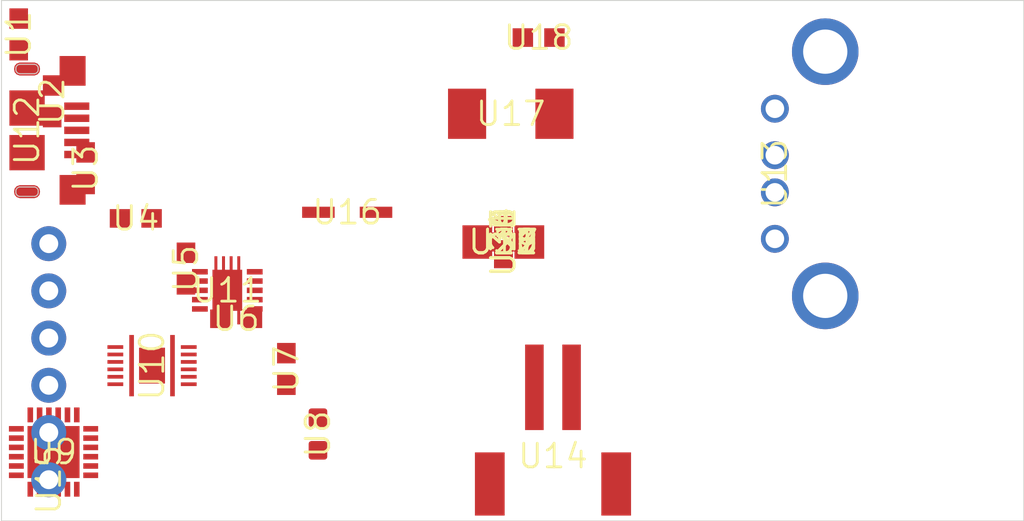
<source format=kicad_pcb>
 ( kicad_pcb  ( version 20171130 )
 ( host pcbnew "(5.1.4-0-10_14)" )
 ( general  ( thickness 1.6 )
 ( drawings 4 )
 ( tracks 0 )
 ( zones 0 )
 ( modules 34 )
 ( nets 39 )
)
 ( page A4 )
 ( layers  ( 0 Top signal )
 ( 31 Bottom signal )
 ( 32 B.Adhes user )
 ( 33 F.Adhes user )
 ( 34 B.Paste user )
 ( 35 F.Paste user )
 ( 36 B.SilkS user )
 ( 37 F.SilkS user )
 ( 38 B.Mask user )
 ( 39 F.Mask user )
 ( 40 Dwgs.User user )
 ( 41 Cmts.User user )
 ( 42 Eco1.User user )
 ( 43 Eco2.User user )
 ( 44 Edge.Cuts user )
 ( 45 Margin user )
 ( 46 B.CrtYd user )
 ( 47 F.CrtYd user )
 ( 48 B.Fab user )
 ( 49 F.Fab user )
)
 ( setup  ( last_trace_width 0.2 )
 ( trace_clearance 0.127 )
 ( zone_clearance 0.508 )
 ( zone_45_only no )
 ( trace_min 0.1524 )
 ( via_size 0.6 )
 ( via_drill 0.254 )
 ( via_min_size 0.4 )
 ( via_min_drill 0.254 )
 ( uvia_size 0.3 )
 ( uvia_drill 0.1 )
 ( uvias_allowed yes )
 ( uvia_min_size 0.2 )
 ( uvia_min_drill 0.1 )
 ( edge_width 0.05 )
 ( segment_width 0.2 )
 ( pcb_text_width 0.3 )
 ( pcb_text_size 1.5 1.5 )
 ( mod_edge_width 0.12 )
 ( mod_text_size 1 1 )
 ( mod_text_width 0.15 )
 ( pad_size 1.524 1.524 )
 ( pad_drill 0.762 )
 ( pad_to_mask_clearance 0.051 )
 ( solder_mask_min_width 0.25 )
 ( aux_axis_origin 0 0 )
 ( visible_elements 7FFFFFFF )
 ( pcbplotparams  ( layerselection 0x010fc_ffffffff )
 ( usegerberextensions false )
 ( usegerberattributes false )
 ( usegerberadvancedattributes false )
 ( creategerberjobfile false )
 ( excludeedgelayer true )
 ( linewidth 0.100000 )
 ( plotframeref false )
 ( viasonmask false )
 ( mode 1 )
 ( useauxorigin false )
 ( hpglpennumber 1 )
 ( hpglpenspeed 20 )
 ( hpglpendiameter 15.000000 )
 ( psnegative false )
 ( psa4output false )
 ( plotreference true )
 ( plotvalue true )
 ( plotinvisibletext false )
 ( padsonsilk false )
 ( subtractmaskfromsilk false )
 ( outputformat 1 )
 ( mirror false )
 ( drillshape 1 )
 ( scaleselection 1 )
 ( outputdirectory "" )
)
)
 ( net 0 "" )
 ( net 1 GND )
 ( net 2 3.3V )
 ( net 3 5V )
 ( net 4 "Net-(IC1-Pad24)" )
 ( net 5 "Net-(C4-Pad1)" )
 ( net 6 /REG )
 ( net 7 "Net-(C3-Pad2)" )
 ( net 8 "Net-(C3-Pad1)" )
 ( net 9 /VBAT_MAIN )
 ( net 10 /VBAT_CELL )
 ( net 11 "Net-(IC1-Pad12)" )
 ( net 12 "Net-(IC1-Pad11)" )
 ( net 13 "Net-(IC1-Pad10)" )
 ( net 14 "Net-(IC1-Pad9)" )
 ( net 15 /CHG_INT )
 ( net 16 /SDA )
 ( net 17 /SCL )
 ( net 18 "Net-(IC1-Pad4)" )
 ( net 19 "Net-(IC1-Pad3)" )
 ( net 20 "Net-(IC1-Pad2)" )
 ( net 21 "Net-(IC1-Pad1)" )
 ( net 22 /FUEL_INT )
 ( net 23 "Net-(IC2-Pad11)" )
 ( net 24 "Net-(IC2-Pad10)" )
 ( net 25 "Net-(IC2-Pad9)" )
 ( net 26 "Net-(IC2-Pad6)" )
 ( net 27 "Net-(C10-Pad1)" )
 ( net 28 "Net-(IC2-Pad4)" )
 ( net 29 "Net-(J1-PadID)" )
 ( net 30 "Net-(J2-Pad3)" )
 ( net 31 "Net-(J2-Pad2)" )
 ( net 32 "Net-(J3-PadNC2)" )
 ( net 33 "Net-(J3-PadNC1)" )
 ( net 34 "Net-(D2-PadC)" )
 ( net 35 "Net-(IC3-Pad8)" )
 ( net 36 "Net-(C7-Pad1)" )
 ( net 37 "Net-(IC3-Pad5)" )
 ( net 38 "Net-(IC3-Pad1)" )
 ( net_class Default "This is the default net class."  ( clearance 0.127 )
 ( trace_width 0.2 )
 ( via_dia 0.6 )
 ( via_drill 0.254 )
 ( uvia_dia 0.3 )
 ( uvia_drill 0.1 )
 ( add_net /CHG_INT )
 ( add_net /FUEL_INT )
 ( add_net /REG )
 ( add_net /SCL )
 ( add_net /SDA )
 ( add_net 3.3V )
 ( add_net GND )
 ( add_net "Net-(C10-Pad1)" )
 ( add_net "Net-(C3-Pad1)" )
 ( add_net "Net-(C3-Pad2)" )
 ( add_net "Net-(C4-Pad1)" )
 ( add_net "Net-(C7-Pad1)" )
 ( add_net "Net-(D2-PadC)" )
 ( add_net "Net-(IC1-Pad10)" )
 ( add_net "Net-(IC1-Pad11)" )
 ( add_net "Net-(IC1-Pad12)" )
 ( add_net "Net-(IC1-Pad2)" )
 ( add_net "Net-(IC1-Pad24)" )
 ( add_net "Net-(IC1-Pad3)" )
 ( add_net "Net-(IC1-Pad4)" )
 ( add_net "Net-(IC1-Pad9)" )
 ( add_net "Net-(IC2-Pad10)" )
 ( add_net "Net-(IC2-Pad11)" )
 ( add_net "Net-(IC2-Pad4)" )
 ( add_net "Net-(IC2-Pad9)" )
 ( add_net "Net-(IC3-Pad5)" )
 ( add_net "Net-(IC3-Pad8)" )
 ( add_net "Net-(J1-PadID)" )
 ( add_net "Net-(J2-Pad2)" )
 ( add_net "Net-(J2-Pad3)" )
 ( add_net "Net-(J3-PadNC1)" )
 ( add_net "Net-(J3-PadNC2)" )
)
 ( net_class Power ""  ( clearance 0.127 )
 ( trace_width 0.3048 )
 ( via_dia 0.6 )
 ( via_drill 0.254 )
 ( uvia_dia 0.3 )
 ( uvia_drill 0.1 )
 ( add_net /VBAT_CELL )
 ( add_net /VBAT_MAIN )
 ( add_net 5V )
 ( add_net "Net-(IC1-Pad1)" )
 ( add_net "Net-(IC2-Pad6)" )
 ( add_net "Net-(IC3-Pad1)" )
)
 ( module batteryCharger:JST-2-SMD locked  ( layer Top )
 ( tedit 5DCE038C )
 ( tstamp 5DC8CB2B )
 ( at 150.671200 114.247600 180.000000 )
 ( descr "<h3>JST-Right Angle Male Header SMT</h3>\n<p>Specifications:\n<ul><li>Pin count: 2</li>\n<li>Pin pitch: 2mm</li>\n</ul></p>\n<p><a href=”http://www.4uconnector.com/online/object/4udrawing/20404.pdf”>Datasheet referenced for footprint</a></p>\n<p>Example device(s):\n<ul><li>CONN_02</li>\n<li>JST_2MM_MALE</li>\n</ul></p>" )
 ( path /B665FDA9 )
 ( fp_text reference U14  ( at 0 -1.27 180 )
 ( layer F.SilkS )
 ( effects  ( font  ( size 1.27 1.27 )
 ( thickness 0.15 )
)
)
)
 ( fp_text value ""  ( at 0 -1.27 180 )
 ( layer F.SilkS )
 ( effects  ( font  ( size 1.27 1.27 )
 ( thickness 0.15 )
)
)
)
 ( fp_poly  ( pts  ( xy -4.5 -4.37 )
 ( xy 4.4 -4.37 )
 ( xy 4.4 3.33 )
 ( xy -4.5 3.33 )
)
 ( layer F.CrtYd )
 ( width 0.1 )
)
 ( pad NC2 smd rect  ( at 3.4 -2.77 270.000000 )
 ( size 3.4 1.6 )
 ( layers Top F.Mask F.Paste )
 ( net 32 "Net-(J3-PadNC2)" )
 ( solder_mask_margin 0.0635 )
)
 ( pad NC1 smd rect  ( at -3.4 -2.77 270.000000 )
 ( size 3.4 1.6 )
 ( layers Top F.Mask F.Paste )
 ( net 33 "Net-(J3-PadNC1)" )
 ( solder_mask_margin 0.0635 )
)
 ( pad 2 smd rect  ( at 1 2.43 180.000000 )
 ( size 1 4.6 )
 ( layers Top F.Mask F.Paste )
 ( net 26 "Net-(IC2-Pad6)" )
 ( solder_mask_margin 0.0635 )
)
 ( pad 1 smd rect  ( at -1 2.43 180.000000 )
 ( size 1 4.6 )
 ( layers Top F.Mask F.Paste )
 ( net 1 GND )
 ( solder_mask_margin 0.0635 )
)
)
 ( module batteryCharger:UE27AC54100 locked  ( layer Top )
 ( tedit 5DCE0580 )
 ( tstamp 5DC8CB18 )
 ( at 168.959200 100.328400 90.000000 )
 ( descr "<b>UE27AC54100</b><br>\n" )
 ( path /C3E76336 )
 ( fp_text reference U13  ( at 0 -6.35 90 )
 ( layer F.SilkS )
 ( effects  ( font  ( size 1.27 1.27 )
 ( thickness 0.15 )
)
)
)
 ( fp_text value ""  ( at 0 -6.35 90 )
 ( layer F.SilkS )
 ( effects  ( font  ( size 1.27 1.27 )
 ( thickness 0.15 )
)
)
)
 ( fp_poly  ( pts  ( xy -6.6 -7.25 )
 ( xy 6.6 -7.25 )
 ( xy 6.6 6.75 )
 ( xy -6.6 6.75 )
 ( xy -6.6 -7.15 )
)
 ( layer F.CrtYd )
 ( width 0.1 )
)
 ( pad 6 thru_hole circle  ( at 6.57 -3.64 90.000000 )
 ( size 3.58 3.58 )
 ( drill 2.38 )
 ( layers *.Cu *.Mask )
 ( net 1 GND )
 ( solder_mask_margin 0.0635 )
)
 ( pad 5 thru_hole circle  ( at -6.57 -3.64 90.000000 )
 ( size 3.58 3.58 )
 ( drill 2.38 )
 ( layers *.Cu *.Mask )
 ( net 1 GND )
 ( solder_mask_margin 0.0635 )
)
 ( pad 4 thru_hole circle  ( at 3.5 -6.35 90.000000 )
 ( size 1.5 1.5 )
 ( drill 1 )
 ( layers *.Cu *.Mask )
 ( net 1 GND )
 ( solder_mask_margin 0.0635 )
)
 ( pad 3 thru_hole circle  ( at 1 -6.35 90.000000 )
 ( size 1.5 1.5 )
 ( drill 1 )
 ( layers *.Cu *.Mask )
 ( net 30 "Net-(J2-Pad3)" )
 ( solder_mask_margin 0.0635 )
)
 ( pad 2 thru_hole circle  ( at -1 -6.35 90.000000 )
 ( size 1.5 1.5 )
 ( drill 1 )
 ( layers *.Cu *.Mask )
 ( net 31 "Net-(J2-Pad2)" )
 ( solder_mask_margin 0.0635 )
)
 ( pad 1 thru_hole circle  ( at -3.5 -6.35 90.000000 )
 ( size 1.5 1.5 )
 ( drill 1 )
 ( layers *.Cu *.Mask )
 ( net 3 5V )
 ( solder_mask_margin 0.0635 )
)
)
 ( module batteryCharger:1X06 locked  ( layer Top )
 ( tedit 5DCDF9C7 )
 ( tstamp 5DC8CB3B )
 ( at 123.544000 110.437600 90.000000 )
 ( descr "<h3>Plated Through Hole - 6 Pin</h3>\n<p>Specifications:\n<ul><li>Pin count:6</li>\n<li>Pin pitch:0.1\"</li>\n</ul></p>\n<p>Example device(s):\n<ul><li>CONN_06</li>\n</ul></p>" )
 ( path /FA7CA15B )
 ( fp_text reference U15  ( at -6.35 0 90 )
 ( layer F.SilkS )
 ( effects  ( font  ( size 1.27 1.27 )
 ( thickness 0.15 )
)
)
)
 ( fp_text value ""  ( at -6.35 0 90 )
 ( layer F.SilkS )
 ( effects  ( font  ( size 1.27 1.27 )
 ( thickness 0.15 )
)
)
)
 ( fp_poly  ( pts  ( xy -7.35 -1 )
 ( xy 7.4 -1 )
 ( xy 7.4 1 )
 ( xy -7.35 1 )
)
 ( layer F.CrtYd )
 ( width 0.1 )
)
 ( fp_poly  ( pts  ( xy -7.35 -1 )
 ( xy 7.4 -1 )
 ( xy 7.4 1 )
 ( xy -7.35 1 )
)
 ( layer B.CrtYd )
 ( width 0.1 )
)
 ( pad 6 thru_hole circle  ( at 6.35 0 180.000000 )
 ( size 1.8796 1.8796 )
 ( drill 1.016 )
 ( layers *.Cu *.Mask )
 ( net 1 GND )
 ( solder_mask_margin 0.0635 )
)
 ( pad 5 thru_hole circle  ( at 3.81 0 180.000000 )
 ( size 1.8796 1.8796 )
 ( drill 1.016 )
 ( layers *.Cu *.Mask )
 ( net 2 3.3V )
 ( solder_mask_margin 0.0635 )
)
 ( pad 4 thru_hole circle  ( at 1.27 0 180.000000 )
 ( size 1.8796 1.8796 )
 ( drill 1.016 )
 ( layers *.Cu *.Mask )
 ( net 17 /SCL )
 ( solder_mask_margin 0.0635 )
)
 ( pad 3 thru_hole circle  ( at -1.27 0 180.000000 )
 ( size 1.8796 1.8796 )
 ( drill 1.016 )
 ( layers *.Cu *.Mask )
 ( net 16 /SDA )
 ( solder_mask_margin 0.0635 )
)
 ( pad 2 thru_hole circle  ( at -3.81 0 180.000000 )
 ( size 1.8796 1.8796 )
 ( drill 1.016 )
 ( layers *.Cu *.Mask )
 ( net 15 /CHG_INT )
 ( solder_mask_margin 0.0635 )
)
 ( pad 1 thru_hole circle  ( at -6.35 0 180.000000 )
 ( size 1.8796 1.8796 )
 ( drill 1.016 )
 ( layers *.Cu *.Mask )
 ( net 22 /FUEL_INT )
 ( solder_mask_margin 0.0635 )
)
)
 ( module batteryCharger:10118193-0001LF locked  ( layer Top )
 ( tedit 5DCDFC4E )
 ( tstamp 5DC8CAF9 )
 ( at 123.645600 97.991600 270.000000 )
 ( path /449C7C68 )
 ( fp_text reference U12  ( at 0 1.27 270 )
 ( layer F.SilkS )
 ( effects  ( font  ( size 1.27 1.27 )
 ( thickness 0.15 )
)
)
)
 ( fp_text value ""  ( at 0 1.27 270 )
 ( layer F.SilkS )
 ( effects  ( font  ( size 1.27 1.27 )
 ( thickness 0.15 )
)
)
)
 ( fp_poly  ( pts  ( xy -4.25 -2.23 )
 ( xy 4.25 -2.23 )
 ( xy 4.25 2.27 )
 ( xy -4.25 2.27 )
)
 ( layer F.CrtYd )
 ( width 0.1 )
)
 ( fp_poly  ( pts  ( xy 2.9 0.87 )
 ( xy 2.9 1.72 )
 ( xy 2.945776 1.850133 )
 ( xy 3.037868 1.952843 )
 ( xy 3.3 2.02 )
 ( xy 3.445409 2.001022 )
 ( xy 3.572487 1.927843 )
 ( xy 3.7 1.67 )
 ( xy 3.7 0.82 )
 ( xy 3.654224 0.689867 )
 ( xy 3.562132 0.587157 )
 ( xy 3.3 0.52 )
 ( xy 3.154591 0.538978 )
 ( xy 3.027513 0.612157 )
)
 ( layer F.Mask )
 ( width 0 )
)
 ( fp_poly  ( pts  ( xy -3.7 0.82 )
 ( xy -3.7 1.67 )
 ( xy -3.661888 1.811603 )
 ( xy -3.572487 1.927843 )
 ( xy -3.3 2.02 )
 ( xy -3.162255 2.012492 )
 ( xy -3.037868 1.952843 )
 ( xy -2.945776 1.850133 )
 ( xy -2.9 1.72 )
 ( xy -2.9 0.87 )
 ( xy -2.938112 0.728397 )
 ( xy -3.027513 0.612157 )
 ( xy -3.3 0.52 )
 ( xy -3.437745 0.527508 )
 ( xy -3.562132 0.587157 )
)
 ( layer F.Mask )
 ( width 0 )
)
 ( fp_poly  ( pts  ( xy 2.95 0.87 )
 ( xy 2.95 1.67 )
 ( xy 3.006042 1.829151 )
 ( xy 3.134151 1.938958 )
 ( xy 3.3 1.97 )
 ( xy 3.465849 1.938958 )
 ( xy 3.593958 1.829151 )
 ( xy 3.65 1.67 )
 ( xy 3.65 0.87 )
 ( xy 3.593958 0.710849 )
 ( xy 3.465849 0.601042 )
 ( xy 3.3 0.57 )
 ( xy 3.134151 0.601042 )
 ( xy 3.006042 0.710849 )
)
 ( layer F.Paste )
 ( width 0 )
)
 ( fp_poly  ( pts  ( xy -3.65 0.87 )
 ( xy -3.65 1.67 )
 ( xy -3.593958 1.829151 )
 ( xy -3.465849 1.938958 )
 ( xy -3.3 1.97 )
 ( xy -3.134151 1.938958 )
 ( xy -3.006042 1.829151 )
 ( xy -2.95 1.67 )
 ( xy -2.95 0.87 )
 ( xy -3.006042 0.710849 )
 ( xy -3.134151 0.601042 )
 ( xy -3.3 0.57 )
 ( xy -3.465849 0.601042 )
 ( xy -3.593958 0.710849 )
)
 ( layer F.Paste )
 ( width 0 )
)
 ( fp_arc  ( start 3.275 0.895 )
 ( end 3.05 0.87 )
 ( angle 90 )
 ( layer Edge.Cuts )
 ( width 0.05 )
)
 ( fp_line  ( start 3.05 1.67 )
 ( end 3.05 0.87 )
 ( layer Edge.Cuts )
 ( width 0.05 )
)
 ( fp_arc  ( start 3.275 1.645 )
 ( end 3.3 1.87 )
 ( angle 90 )
 ( layer Edge.Cuts )
 ( width 0.05 )
)
 ( fp_arc  ( start 3.325 1.645 )
 ( end 3.55 1.67 )
 ( angle 90 )
 ( layer Edge.Cuts )
 ( width 0.05 )
)
 ( fp_line  ( start 3.55 0.87 )
 ( end 3.55 1.67 )
 ( layer Edge.Cuts )
 ( width 0.05 )
)
 ( fp_arc  ( start 3.325 0.895 )
 ( end 3.3 0.67 )
 ( angle 90 )
 ( layer Edge.Cuts )
 ( width 0.05 )
)
 ( fp_poly  ( pts  ( xy 2.95 0.87 )
 ( xy 2.95 1.67 )
 ( xy 3.006042 1.829151 )
 ( xy 3.134151 1.938958 )
 ( xy 3.3 1.97 )
 ( xy 3.465849 1.938958 )
 ( xy 3.593958 1.829151 )
 ( xy 3.65 1.67 )
 ( xy 3.65 0.87 )
 ( xy 3.593958 0.710849 )
 ( xy 3.465849 0.601042 )
 ( xy 3.3 0.57 )
 ( xy 3.134151 0.601042 )
 ( xy 3.006042 0.710849 )
)
 ( layer Top )
 ( width 0 )
)
 ( fp_arc  ( start -3.325 0.895 )
 ( end -3.55 0.87 )
 ( angle 90 )
 ( layer Edge.Cuts )
 ( width 0.05 )
)
 ( fp_line  ( start -3.55 1.67 )
 ( end -3.55 0.87 )
 ( layer Edge.Cuts )
 ( width 0.05 )
)
 ( fp_arc  ( start -3.325 1.645 )
 ( end -3.3 1.87 )
 ( angle 90 )
 ( layer Edge.Cuts )
 ( width 0.05 )
)
 ( fp_arc  ( start -3.275 1.645 )
 ( end -3.05 1.67 )
 ( angle 90 )
 ( layer Edge.Cuts )
 ( width 0.05 )
)
 ( fp_line  ( start -3.05 0.87 )
 ( end -3.05 1.67 )
 ( layer Edge.Cuts )
 ( width 0.05 )
)
 ( fp_arc  ( start -3.275 0.895 )
 ( end -3.3 0.67 )
 ( angle 90 )
 ( layer Edge.Cuts )
 ( width 0.05 )
)
 ( fp_poly  ( pts  ( xy -3.65 0.87 )
 ( xy -3.65 1.67 )
 ( xy -3.593958 1.829151 )
 ( xy -3.465849 1.938958 )
 ( xy -3.3 1.97 )
 ( xy -3.134151 1.938958 )
 ( xy -3.006042 1.829151 )
 ( xy -2.95 1.67 )
 ( xy -2.95 0.87 )
 ( xy -3.006042 0.710849 )
 ( xy -3.134151 0.601042 )
 ( xy -3.3 0.57 )
 ( xy -3.465849 0.601042 )
 ( xy -3.593958 0.710849 )
)
 ( layer Top )
 ( width 0 )
)
 ( pad SHIELD$4 smd rect  ( at 1.2 1.27 270.000000 )
 ( size 1.9 1.9 )
 ( layers Top F.Mask F.Paste )
 ( net 1 GND )
 ( solder_mask_margin 0.0635 )
)
 ( pad SHIELD$3 smd rect  ( at -1.2 1.27 270.000000 )
 ( size 1.9 1.9 )
 ( layers Top F.Mask F.Paste )
 ( net 1 GND )
 ( solder_mask_margin 0.0635 )
)
 ( pad GND smd rect  ( at 1.3 -1.405 270.000000 )
 ( size 0.4 1.35 )
 ( layers Top F.Mask F.Paste )
 ( net 1 GND )
 ( solder_mask_margin 0.0635 )
)
 ( pad VCC smd rect  ( at -1.3 -1.405 270.000000 )
 ( size 0.4 1.35 )
 ( layers Top F.Mask F.Paste )
 ( net 21 "Net-(IC1-Pad1)" )
 ( solder_mask_margin 0.0635 )
)
 ( pad D- smd rect  ( at -0.65 -1.405 270.000000 )
 ( size 0.4 1.35 )
 ( layers Top F.Mask F.Paste )
 ( net 19 "Net-(IC1-Pad3)" )
 ( solder_mask_margin 0.0635 )
)
 ( pad ID smd rect  ( at 0.65 -1.405 270.000000 )
 ( size 0.4 1.35 )
 ( layers Top F.Mask F.Paste )
 ( net 29 "Net-(J1-PadID)" )
 ( solder_mask_margin 0.0635 )
)
 ( pad D+ smd rect  ( at 0 -1.405 270.000000 )
 ( size 0.4 1.35 )
 ( layers Top F.Mask F.Paste )
 ( net 20 "Net-(IC1-Pad2)" )
 ( solder_mask_margin 0.0635 )
)
 ( pad SHIELD$2 smd rect  ( at 3.2 -1.18 270.000000 )
 ( size 1.6 1.4 )
 ( layers Top F.Mask F.Paste )
 ( net 1 GND )
 ( solder_mask_margin 0.0635 )
)
 ( pad SHIELD$1 smd rect  ( at -3.2 -1.18 270.000000 )
 ( size 1.6 1.4 )
 ( layers Top F.Mask F.Paste )
 ( net 1 GND )
 ( solder_mask_margin 0.0635 )
)
)
 ( module batteryCharger:0603  ( layer Top )
 ( tedit 5DCDFB95 )
 ( tstamp 5DC8CC28 )
 ( at 121.926100 92.828600 90.000000 )
 ( descr "<p><b>Generic 1608 (0603) package</b></p>\n<p>0.2mm courtyard excess rounded to nearest 0.05mm.</p>" )
 ( path /831A5F64 )
 ( fp_text reference U1  ( at 0 0 90 )
 ( layer F.SilkS )
 ( effects  ( font  ( size 1.27 1.27 )
 ( thickness 0.15 )
)
)
)
 ( fp_text value ""  ( at 0 0 90 )
 ( layer F.SilkS )
 ( effects  ( font  ( size 1.27 1.27 )
 ( thickness 0.15 )
)
)
)
 ( fp_poly  ( pts  ( xy -1.6 -0.7 )
 ( xy 1.6 -0.7 )
 ( xy 1.6 0.7 )
 ( xy -1.6 0.7 )
)
 ( layer F.CrtYd )
 ( width 0.1 )
)
 ( pad 2 smd rect  ( at 0.85 0 90.000000 )
 ( size 1.1 1 )
 ( layers Top F.Mask F.Paste )
 ( net 1 GND )
 ( solder_mask_margin 0.0635 )
)
 ( pad 1 smd rect  ( at -0.85 0 90.000000 )
 ( size 1.1 1 )
 ( layers Top F.Mask F.Paste )
 ( net 5 "Net-(C4-Pad1)" )
 ( solder_mask_margin 0.0635 )
)
)
 ( module batteryCharger:0603  ( layer Top )
 ( tedit 5DCDFB95 )
 ( tstamp 5DC8CA29 )
 ( at 123.726100 96.428600 90.000000 )
 ( descr "<p><b>Generic 1608 (0603) package</b></p>\n<p>0.2mm courtyard excess rounded to nearest 0.05mm.</p>" )
 ( path /2CB5EB77 )
 ( fp_text reference U2  ( at 0 0 90 )
 ( layer F.SilkS )
 ( effects  ( font  ( size 1.27 1.27 )
 ( thickness 0.15 )
)
)
)
 ( fp_text value ""  ( at 0 0 90 )
 ( layer F.SilkS )
 ( effects  ( font  ( size 1.27 1.27 )
 ( thickness 0.15 )
)
)
)
 ( fp_poly  ( pts  ( xy -1.6 -0.7 )
 ( xy 1.6 -0.7 )
 ( xy 1.6 0.7 )
 ( xy -1.6 0.7 )
)
 ( layer F.CrtYd )
 ( width 0.1 )
)
 ( pad 2 smd rect  ( at 0.85 0 90.000000 )
 ( size 1.1 1 )
 ( layers Top F.Mask F.Paste )
 ( net 1 GND )
 ( solder_mask_margin 0.0635 )
)
 ( pad 1 smd rect  ( at -0.85 0 90.000000 )
 ( size 1.1 1 )
 ( layers Top F.Mask F.Paste )
 ( net 3 5V )
 ( solder_mask_margin 0.0635 )
)
)
 ( module batteryCharger:0603  ( layer Top )
 ( tedit 5DCDFB95 )
 ( tstamp 5DC8CA37 )
 ( at 125.526100 100.028600 270.000000 )
 ( descr "<p><b>Generic 1608 (0603) package</b></p>\n<p>0.2mm courtyard excess rounded to nearest 0.05mm.</p>" )
 ( path /483159C7 )
 ( fp_text reference U3  ( at 0 0 270 )
 ( layer F.SilkS )
 ( effects  ( font  ( size 1.27 1.27 )
 ( thickness 0.15 )
)
)
)
 ( fp_text value ""  ( at 0 0 270 )
 ( layer F.SilkS )
 ( effects  ( font  ( size 1.27 1.27 )
 ( thickness 0.15 )
)
)
)
 ( fp_poly  ( pts  ( xy -1.6 -0.7 )
 ( xy 1.6 -0.7 )
 ( xy 1.6 0.7 )
 ( xy -1.6 0.7 )
)
 ( layer F.CrtYd )
 ( width 0.1 )
)
 ( pad 2 smd rect  ( at 0.85 0 270.000000 )
 ( size 1.1 1 )
 ( layers Top F.Mask F.Paste )
 ( net 1 GND )
 ( solder_mask_margin 0.0635 )
)
 ( pad 1 smd rect  ( at -0.85 0 270.000000 )
 ( size 1.1 1 )
 ( layers Top F.Mask F.Paste )
 ( net 9 /VBAT_MAIN )
 ( solder_mask_margin 0.0635 )
)
)
 ( module batteryCharger:0603  ( layer Top )
 ( tedit 5DCDFB95 )
 ( tstamp 5DC8CA45 )
 ( at 128.226100 102.728600 180.000000 )
 ( descr "<p><b>Generic 1608 (0603) package</b></p>\n<p>0.2mm courtyard excess rounded to nearest 0.05mm.</p>" )
 ( path /24FC589D )
 ( fp_text reference U4  ( at 0 0 180 )
 ( layer F.SilkS )
 ( effects  ( font  ( size 1.27 1.27 )
 ( thickness 0.15 )
)
)
)
 ( fp_text value ""  ( at 0 0 180 )
 ( layer F.SilkS )
 ( effects  ( font  ( size 1.27 1.27 )
 ( thickness 0.15 )
)
)
)
 ( fp_poly  ( pts  ( xy -1.6 -0.7 )
 ( xy 1.6 -0.7 )
 ( xy 1.6 0.7 )
 ( xy -1.6 0.7 )
)
 ( layer F.CrtYd )
 ( width 0.1 )
)
 ( pad 2 smd rect  ( at 0.85 0 180.000000 )
 ( size 1.1 1 )
 ( layers Top F.Mask F.Paste )
 ( net 7 "Net-(C3-Pad2)" )
 ( solder_mask_margin 0.0635 )
)
 ( pad 1 smd rect  ( at -0.85 0 180.000000 )
 ( size 1.1 1 )
 ( layers Top F.Mask F.Paste )
 ( net 8 "Net-(C3-Pad1)" )
 ( solder_mask_margin 0.0635 )
)
)
 ( module batteryCharger:0603  ( layer Top )
 ( tedit 5DCDFB95 )
 ( tstamp 5DC8CA53 )
 ( at 130.926100 105.428600 90.000000 )
 ( descr "<p><b>Generic 1608 (0603) package</b></p>\n<p>0.2mm courtyard excess rounded to nearest 0.05mm.</p>" )
 ( path /DAF477DA )
 ( fp_text reference U5  ( at 0 0 90 )
 ( layer F.SilkS )
 ( effects  ( font  ( size 1.27 1.27 )
 ( thickness 0.15 )
)
)
)
 ( fp_text value ""  ( at 0 0 90 )
 ( layer F.SilkS )
 ( effects  ( font  ( size 1.27 1.27 )
 ( thickness 0.15 )
)
)
)
 ( fp_poly  ( pts  ( xy -1.6 -0.7 )
 ( xy 1.6 -0.7 )
 ( xy 1.6 0.7 )
 ( xy -1.6 0.7 )
)
 ( layer F.CrtYd )
 ( width 0.1 )
)
 ( pad 2 smd rect  ( at 0.85 0 90.000000 )
 ( size 1.1 1 )
 ( layers Top F.Mask F.Paste )
 ( net 1 GND )
 ( solder_mask_margin 0.0635 )
)
 ( pad 1 smd rect  ( at -0.85 0 90.000000 )
 ( size 1.1 1 )
 ( layers Top F.Mask F.Paste )
 ( net 6 /REG )
 ( solder_mask_margin 0.0635 )
)
)
 ( module batteryCharger:0603  ( layer Top )
 ( tedit 5DCDFB95 )
 ( tstamp 5DC8CA61 )
 ( at 133.626100 108.128600 )
 ( descr "<p><b>Generic 1608 (0603) package</b></p>\n<p>0.2mm courtyard excess rounded to nearest 0.05mm.</p>" )
 ( path /2435BEF6 )
 ( fp_text reference U6  ( at 0 0 )
 ( layer F.SilkS )
 ( effects  ( font  ( size 1.27 1.27 )
 ( thickness 0.15 )
)
)
)
 ( fp_text value ""  ( at 0 0 )
 ( layer F.SilkS )
 ( effects  ( font  ( size 1.27 1.27 )
 ( thickness 0.15 )
)
)
)
 ( fp_poly  ( pts  ( xy -1.6 -0.7 )
 ( xy 1.6 -0.7 )
 ( xy 1.6 0.7 )
 ( xy -1.6 0.7 )
)
 ( layer F.CrtYd )
 ( width 0.1 )
)
 ( pad 2 smd rect  ( at 0.85 0 )
 ( size 1.1 1 )
 ( layers Top F.Mask F.Paste )
 ( net 1 GND )
 ( solder_mask_margin 0.0635 )
)
 ( pad 1 smd rect  ( at -0.85 0 )
 ( size 1.1 1 )
 ( layers Top F.Mask F.Paste )
 ( net 36 "Net-(C7-Pad1)" )
 ( solder_mask_margin 0.0635 )
)
)
 ( module batteryCharger:0603  ( layer Top )
 ( tedit 5DCDFB95 )
 ( tstamp 5DC8CA6F )
 ( at 136.326100 110.828600 270.000000 )
 ( descr "<p><b>Generic 1608 (0603) package</b></p>\n<p>0.2mm courtyard excess rounded to nearest 0.05mm.</p>" )
 ( path /EC6A4D83 )
 ( fp_text reference U7  ( at 0 0 270 )
 ( layer F.SilkS )
 ( effects  ( font  ( size 1.27 1.27 )
 ( thickness 0.15 )
)
)
)
 ( fp_text value ""  ( at 0 0 270 )
 ( layer F.SilkS )
 ( effects  ( font  ( size 1.27 1.27 )
 ( thickness 0.15 )
)
)
)
 ( fp_poly  ( pts  ( xy -1.6 -0.7 )
 ( xy 1.6 -0.7 )
 ( xy 1.6 0.7 )
 ( xy -1.6 0.7 )
)
 ( layer F.CrtYd )
 ( width 0.1 )
)
 ( pad 2 smd rect  ( at 0.85 0 270.000000 )
 ( size 1.1 1 )
 ( layers Top F.Mask F.Paste )
 ( net 1 GND )
 ( solder_mask_margin 0.0635 )
)
 ( pad 1 smd rect  ( at -0.85 0 270.000000 )
 ( size 1.1 1 )
 ( layers Top F.Mask F.Paste )
 ( net 10 /VBAT_CELL )
 ( solder_mask_margin 0.0635 )
)
)
 ( module batteryCharger:LED-0603  ( layer Top )
 ( tedit 5DCE041B )
 ( tstamp 5DC8CA7D )
 ( at 138.026100 114.328600 90.000000 )
 ( descr "<B>LED 0603 SMT</B><p>\n0603, surface mount.\n<p>Specifications:\n<ul><li>Pin count: 2</li>\n<li>Pin pitch:0.075inch </li>\n<li>Area: 0.06\" x 0.03\"</li>\n</ul></p>\n<p>Example device(s):\n<ul><li>LED - BLUE</li>" )
 ( path /8583A422 )
 ( fp_text reference U8  ( at 0 0 90 )
 ( layer F.SilkS )
 ( effects  ( font  ( size 1.27 1.27 )
 ( thickness 0.15 )
)
)
)
 ( fp_text value ""  ( at 0 0 90 )
 ( layer F.SilkS )
 ( effects  ( font  ( size 1.27 1.27 )
 ( thickness 0.15 )
)
)
)
 ( fp_poly  ( pts  ( xy -1.5 -0.6 )
 ( xy 1.5 -0.6 )
 ( xy 1.5 0.6 )
 ( xy -1.5 0.6 )
)
 ( layer F.CrtYd )
 ( width 0.1 )
)
 ( pad A smd roundrect  ( at -0.877 0 )
 ( size 1 1 )
 ( layers Top F.Mask F.Paste )
 ( roundrect_rratio 0.15 )
 ( net 9 /VBAT_MAIN )
 ( solder_mask_margin 0.0635 )
)
 ( pad C smd roundrect  ( at 0.877 0 )
 ( size 1 1 )
 ( layers Top F.Mask F.Paste )
 ( roundrect_rratio 0.15 )
 ( net 34 "Net-(D2-PadC)" )
 ( solder_mask_margin 0.0635 )
)
)
 ( module batteryCharger:QFN50P400X400X100-25N  ( layer Top )
 ( tedit 5DCE0483 )
 ( tstamp 5DC8CA87 )
 ( at 123.800000 115.300000 )
 ( descr "<b>RGE (S-PVQFN-N24)_2</b><br>\n" )
 ( path /22F7723E )
 ( fp_text reference U9  ( at 0 0 )
 ( layer F.SilkS )
 ( effects  ( font  ( size 1.27 1.27 )
 ( thickness 0.15 )
)
)
)
 ( fp_text value ""  ( at 0 0 )
 ( layer F.SilkS )
 ( effects  ( font  ( size 1.27 1.27 )
 ( thickness 0.15 )
)
)
)
 ( fp_poly  ( pts  ( xy -2.6 -2.5 )
 ( xy 2.6 -2.5 )
 ( xy 2.6 2.5 )
 ( xy -2.6 2.5 )
)
 ( layer F.CrtYd )
 ( width 0.1 )
)
 ( pad 25 smd rect  ( at 0 0 90.000000 )
 ( size 2.8 2.8 )
 ( layers Top F.Mask F.Paste )
 ( net 1 GND )
 ( solder_mask_margin 0.0635 )
)
 ( pad 24 smd rect  ( at -1.25 -2 90.000000 )
 ( size 0.8 0.3 )
 ( layers Top F.Mask F.Paste )
 ( net 4 "Net-(IC1-Pad24)" )
 ( solder_mask_margin 0.0635 )
)
 ( pad 23 smd rect  ( at -0.75 -2 90.000000 )
 ( size 0.8 0.3 )
 ( layers Top F.Mask F.Paste )
 ( net 5 "Net-(C4-Pad1)" )
 ( solder_mask_margin 0.0635 )
)
 ( pad 22 smd rect  ( at -0.25 -2 90.000000 )
 ( size 0.8 0.3 )
 ( layers Top F.Mask F.Paste )
 ( net 6 /REG )
 ( solder_mask_margin 0.0635 )
)
 ( pad 21 smd rect  ( at 0.25 -2 90.000000 )
 ( size 0.8 0.3 )
 ( layers Top F.Mask F.Paste )
 ( net 7 "Net-(C3-Pad2)" )
 ( solder_mask_margin 0.0635 )
)
 ( pad 20 smd rect  ( at 0.75 -2 90.000000 )
 ( size 0.8 0.3 )
 ( layers Top F.Mask F.Paste )
 ( net 8 "Net-(C3-Pad1)" )
 ( solder_mask_margin 0.0635 )
)
 ( pad 19 smd rect  ( at 1.25 -2 90.000000 )
 ( size 0.8 0.3 )
 ( layers Top F.Mask F.Paste )
 ( net 8 "Net-(C3-Pad1)" )
 ( solder_mask_margin 0.0635 )
)
 ( pad 18 smd rect  ( at 2 -1.25 )
 ( size 0.8 0.3 )
 ( layers Top F.Mask F.Paste )
 ( net 1 GND )
 ( solder_mask_margin 0.0635 )
)
 ( pad 17 smd rect  ( at 2 -0.75 )
 ( size 0.8 0.3 )
 ( layers Top F.Mask F.Paste )
 ( net 1 GND )
 ( solder_mask_margin 0.0635 )
)
 ( pad 16 smd rect  ( at 2 -0.25 )
 ( size 0.8 0.3 )
 ( layers Top F.Mask F.Paste )
 ( net 9 /VBAT_MAIN )
 ( solder_mask_margin 0.0635 )
)
 ( pad 15 smd rect  ( at 2 0.25 )
 ( size 0.8 0.3 )
 ( layers Top F.Mask F.Paste )
 ( net 9 /VBAT_MAIN )
 ( solder_mask_margin 0.0635 )
)
 ( pad 14 smd rect  ( at 2 0.75 )
 ( size 0.8 0.3 )
 ( layers Top F.Mask F.Paste )
 ( net 10 /VBAT_CELL )
 ( solder_mask_margin 0.0635 )
)
 ( pad 13 smd rect  ( at 2 1.25 )
 ( size 0.8 0.3 )
 ( layers Top F.Mask F.Paste )
 ( net 10 /VBAT_CELL )
 ( solder_mask_margin 0.0635 )
)
 ( pad 12 smd rect  ( at 1.25 2 90.000000 )
 ( size 0.8 0.3 )
 ( layers Top F.Mask F.Paste )
 ( net 11 "Net-(IC1-Pad12)" )
 ( solder_mask_margin 0.0635 )
)
 ( pad 11 smd rect  ( at 0.75 2 90.000000 )
 ( size 0.8 0.3 )
 ( layers Top F.Mask F.Paste )
 ( net 12 "Net-(IC1-Pad11)" )
 ( solder_mask_margin 0.0635 )
)
 ( pad 10 smd rect  ( at 0.25 2 90.000000 )
 ( size 0.8 0.3 )
 ( layers Top F.Mask F.Paste )
 ( net 13 "Net-(IC1-Pad10)" )
 ( solder_mask_margin 0.0635 )
)
 ( pad 9 smd rect  ( at -0.25 2 90.000000 )
 ( size 0.8 0.3 )
 ( layers Top F.Mask F.Paste )
 ( net 14 "Net-(IC1-Pad9)" )
 ( solder_mask_margin 0.0635 )
)
 ( pad 8 smd rect  ( at -0.75 2 90.000000 )
 ( size 0.8 0.3 )
 ( layers Top F.Mask F.Paste )
 ( net 9 /VBAT_MAIN )
 ( solder_mask_margin 0.0635 )
)
 ( pad 7 smd rect  ( at -1.25 2 90.000000 )
 ( size 0.8 0.3 )
 ( layers Top F.Mask F.Paste )
 ( net 15 /CHG_INT )
 ( solder_mask_margin 0.0635 )
)
 ( pad 6 smd rect  ( at -2 1.25 )
 ( size 0.8 0.3 )
 ( layers Top F.Mask F.Paste )
 ( net 16 /SDA )
 ( solder_mask_margin 0.0635 )
)
 ( pad 5 smd rect  ( at -2 0.75 )
 ( size 0.8 0.3 )
 ( layers Top F.Mask F.Paste )
 ( net 17 /SCL )
 ( solder_mask_margin 0.0635 )
)
 ( pad 4 smd rect  ( at -2 0.25 )
 ( size 0.8 0.3 )
 ( layers Top F.Mask F.Paste )
 ( net 18 "Net-(IC1-Pad4)" )
 ( solder_mask_margin 0.0635 )
)
 ( pad 3 smd rect  ( at -2 -0.25 )
 ( size 0.8 0.3 )
 ( layers Top F.Mask F.Paste )
 ( net 19 "Net-(IC1-Pad3)" )
 ( solder_mask_margin 0.0635 )
)
 ( pad 2 smd rect  ( at -2 -0.75 )
 ( size 0.8 0.3 )
 ( layers Top F.Mask F.Paste )
 ( net 20 "Net-(IC1-Pad2)" )
 ( solder_mask_margin 0.0635 )
)
 ( pad 1 smd rect  ( at -2 -1.25 )
 ( size 0.8 0.3 )
 ( layers Top F.Mask F.Paste )
 ( net 21 "Net-(IC1-Pad1)" )
 ( solder_mask_margin 0.0635 )
)
)
 ( module batteryCharger:BQ27441DRZRG1A  ( layer Top )
 ( tedit 5DCDFC87 )
 ( tstamp 5DC8CAAD )
 ( at 129.100000 110.650000 270.000000 )
 ( descr "<b>DRZ (S-PDSO-N12)</b><br>\n" )
 ( path /BC34DC86 )
 ( fp_text reference U10  ( at 0 0 270 )
 ( layer F.SilkS )
 ( effects  ( font  ( size 1.27 1.27 )
 ( thickness 0.15 )
)
)
)
 ( fp_text value ""  ( at 0 0 270 )
 ( layer F.SilkS )
 ( effects  ( font  ( size 1.27 1.27 )
 ( thickness 0.15 )
)
)
)
 ( fp_poly  ( pts  ( xy -1.75 -2.5 )
 ( xy 1.75 -2.5 )
 ( xy 1.75 2.5 )
 ( xy -1.75 2.5 )
)
 ( layer F.CrtYd )
 ( width 0.1 )
)
 ( pad 15 smd rect  ( at 0 1.1 270.000000 )
 ( size 3.3 0.25 )
 ( layers Top F.Mask F.Paste )
 ( solder_mask_margin 0.0635 )
)
 ( pad 14 smd rect  ( at 0 -1.1 270.000000 )
 ( size 3.3 0.25 )
 ( layers Top F.Mask F.Paste )
 ( solder_mask_margin 0.0635 )
)
 ( pad 13 smd custom  ( at 0 0 )
 ( size 1.397 1.9304 )
 ( layers Top F.Mask F.Paste )
 ( net 1 GND )
 ( solder_mask_margin 0.0635 )
 ( zone_connect 0 )
 ( options  ( clearance outline )
 ( anchor rect )
)
 )
 ( pad 12 smd rect  ( at -1 -1.975 )
 ( size 0.85 0.2 )
 ( layers Top F.Mask F.Paste )
 ( net 22 /FUEL_INT )
 ( solder_mask_margin 0.0635 )
)
 ( pad 11 smd rect  ( at -0.6 -1.975 )
 ( size 0.85 0.2 )
 ( layers Top F.Mask F.Paste )
 ( net 23 "Net-(IC2-Pad11)" )
 ( solder_mask_margin 0.0635 )
)
 ( pad 10 smd rect  ( at -0.2 -1.975 )
 ( size 0.85 0.2 )
 ( layers Top F.Mask F.Paste )
 ( net 24 "Net-(IC2-Pad10)" )
 ( solder_mask_margin 0.0635 )
)
 ( pad 9 smd rect  ( at 0.2 -1.975 )
 ( size 0.85 0.2 )
 ( layers Top F.Mask F.Paste )
 ( net 25 "Net-(IC2-Pad9)" )
 ( solder_mask_margin 0.0635 )
)
 ( pad 8 smd rect  ( at 0.6 -1.975 )
 ( size 0.85 0.2 )
 ( layers Top F.Mask F.Paste )
 ( net 26 "Net-(IC2-Pad6)" )
 ( solder_mask_margin 0.0635 )
)
 ( pad 7 smd rect  ( at 1 -1.975 )
 ( size 0.85 0.2 )
 ( layers Top F.Mask F.Paste )
 ( net 10 /VBAT_CELL )
 ( solder_mask_margin 0.0635 )
)
 ( pad 6 smd rect  ( at 1 1.975 )
 ( size 0.85 0.2 )
 ( layers Top F.Mask F.Paste )
 ( net 26 "Net-(IC2-Pad6)" )
 ( solder_mask_margin 0.0635 )
)
 ( pad 5 smd rect  ( at 0.6 1.975 )
 ( size 0.85 0.2 )
 ( layers Top F.Mask F.Paste )
 ( net 27 "Net-(C10-Pad1)" )
 ( solder_mask_margin 0.0635 )
)
 ( pad 4 smd rect  ( at 0.2 1.975 )
 ( size 0.85 0.2 )
 ( layers Top F.Mask F.Paste )
 ( net 28 "Net-(IC2-Pad4)" )
 ( solder_mask_margin 0.0635 )
)
 ( pad 3 smd rect  ( at -0.2 1.975 )
 ( size 0.85 0.2 )
 ( layers Top F.Mask F.Paste )
 ( net 1 GND )
 ( solder_mask_margin 0.0635 )
)
 ( pad 2 smd rect  ( at -0.6 1.975 )
 ( size 0.85 0.2 )
 ( layers Top F.Mask F.Paste )
 ( net 17 /SCL )
 ( solder_mask_margin 0.0635 )
)
 ( pad 1 smd rect  ( at -1 1.975 )
 ( size 0.85 0.2 )
 ( layers Top F.Mask F.Paste )
 ( net 16 /SDA )
 ( solder_mask_margin 0.0635 )
)
)
 ( module batteryCharger:SON50P300X300X100-11N  ( layer Top )
 ( tedit 5DCE04B8 )
 ( tstamp 5DC8CACF )
 ( at 133.150000 106.600000 180.000000 )
 ( descr "<b>DRC (S-PVSON-N10) D-shape_1</b><br>\n" )
 ( path /B686635D )
 ( fp_text reference U11  ( at 0 0 180 )
 ( layer F.SilkS )
 ( effects  ( font  ( size 1.27 1.27 )
 ( thickness 0.15 )
)
)
)
 ( fp_text value ""  ( at 0 0 180 )
 ( layer F.SilkS )
 ( effects  ( font  ( size 1.27 1.27 )
 ( thickness 0.15 )
)
)
)
 ( fp_poly  ( pts  ( xy -2.1 -1.9 )
 ( xy 2 -1.9 )
 ( xy 2 1.9 )
 ( xy -2.1 1.9 )
)
 ( layer F.CrtYd )
 ( width 0.1 )
)
 ( fp_poly  ( pts  ( xy -1.877063 0.876306 )
 ( xy -1.877063 1.125225 )
 ( xy -1.071882 1.125225 )
 ( xy -1.071882 0.876306 )
)
 ( layer F.Paste )
 ( width 0 )
)
 ( fp_poly  ( pts  ( xy -1.871982 0.375925 )
 ( xy -1.871982 0.624844 )
 ( xy -1.0668 0.624844 )
 ( xy -1.0668 0.375925 )
)
 ( layer F.Paste )
 ( width 0 )
)
 ( fp_poly  ( pts  ( xy -1.877062 -0.124456 )
 ( xy -1.877062 0.124463 )
 ( xy -1.071882 0.124463 )
 ( xy -1.071882 -0.124456 )
)
 ( layer F.Paste )
 ( width 0 )
)
 ( fp_poly  ( pts  ( xy -1.879603 -0.624837 )
 ( xy -1.879603 -0.375919 )
 ( xy -1.074422 -0.375919 )
 ( xy -1.074422 -0.624837 )
)
 ( layer F.Paste )
 ( width 0 )
)
 ( fp_poly  ( pts  ( xy -1.877063 -1.125218 )
 ( xy -1.877063 -0.876299 )
 ( xy -1.071881 -0.876299 )
 ( xy -1.071881 -1.125218 )
)
 ( layer F.Paste )
 ( width 0 )
)
 ( fp_poly  ( pts  ( xy 1.074418 0.87884 )
 ( xy 1.074418 1.127758 )
 ( xy 1.879599 1.127758 )
 ( xy 1.879599 0.87884 )
)
 ( layer F.Paste )
 ( width 0 )
)
 ( fp_poly  ( pts  ( xy 1.071877 0.375921 )
 ( xy 1.071877 0.62484 )
 ( xy 1.877058 0.62484 )
 ( xy 1.877058 0.375921 )
)
 ( layer F.Paste )
 ( width 0 )
)
 ( fp_poly  ( pts  ( xy 1.069337 -0.124459 )
 ( xy 1.069337 0.12446 )
 ( xy 1.874517 0.12446 )
 ( xy 1.874517 -0.124459 )
)
 ( layer F.Paste )
 ( width 0 )
)
 ( fp_poly  ( pts  ( xy 1.071877 -0.624837 )
 ( xy 1.071877 -0.375918 )
 ( xy 1.877058 -0.375918 )
 ( xy 1.877058 -0.624837 )
)
 ( layer F.Paste )
 ( width 0 )
)
 ( fp_poly  ( pts  ( xy 1.071877 -0.624837 )
 ( xy 1.071877 -0.375918 )
 ( xy 1.877058 -0.375918 )
 ( xy 1.877058 -0.624837 )
)
 ( layer F.Paste )
 ( width 0 )
)
 ( fp_poly  ( pts  ( xy 1.074418 -1.125218 )
 ( xy 1.074418 -0.8763 )
 ( xy 1.8796 -0.8763 )
 ( xy 1.8796 -1.125218 )
)
 ( layer F.Paste )
 ( width 0 )
)
 ( pad GND@7 smd rect  ( at 0.205 1.455 180.000000 )
 ( size 0.16 0.762 )
 ( layers Top F.Mask F.Paste )
 ( net 1 GND )
 ( solder_mask_margin 0.0635 )
)
 ( pad GND@6 smd rect  ( at -0.205 1.455 180.000000 )
 ( size 0.16 0.762 )
 ( layers Top F.Mask F.Paste )
 ( net 1 GND )
 ( solder_mask_margin 0.0635 )
)
 ( pad GND@8 smd rect  ( at 0.615 1.455 180.000000 )
 ( size 0.16 0.762 )
 ( layers Top F.Mask F.Paste )
 ( net 1 GND )
 ( solder_mask_margin 0.0635 )
)
 ( pad GND@5 smd rect  ( at -0.615 1.455 180.000000 )
 ( size 0.16 0.762 )
 ( layers Top F.Mask F.Paste )
 ( net 1 GND )
 ( solder_mask_margin 0.0635 )
)
 ( pad GND@3 smd rect  ( at 0.205 -1.45 180.000000 )
 ( size 0.16 0.762 )
 ( layers Top F.Mask F.Paste )
 ( net 1 GND )
 ( solder_mask_margin 0.0635 )
)
 ( pad GND@2 smd rect  ( at -0.205 -1.45 180.000000 )
 ( size 0.16 0.762 )
 ( layers Top F.Mask F.Paste )
 ( net 1 GND )
 ( solder_mask_margin 0.0635 )
)
 ( pad GND@4 smd rect  ( at 0.615 -1.45 180.000000 )
 ( size 0.16 0.762 )
 ( layers Top F.Mask F.Paste )
 ( net 1 GND )
 ( solder_mask_margin 0.0635 )
)
 ( pad GND@9 smd rect  ( at 0 0.004 180.000000 )
 ( size 1.6 2.2098 )
 ( layers Top F.Mask F.Paste )
 ( net 1 GND )
 ( solder_mask_margin 0.0635 )
)
 ( pad GND@1 smd rect  ( at -0.615 -1.45 180.000000 )
 ( size 0.16 0.762 )
 ( layers Top F.Mask F.Paste )
 ( net 1 GND )
 ( solder_mask_margin 0.0635 )
)
 ( pad 10 smd rect  ( at 1.475 -1 180.000000 )
 ( size 0.85 0.2968 )
 ( layers Top )
 ( net 9 /VBAT_MAIN )
 ( solder_mask_margin 0.0635 )
)
 ( pad 9 smd rect  ( at 1.475 -0.5 180.000000 )
 ( size 0.85 0.2968 )
 ( layers Top )
 ( net 9 /VBAT_MAIN )
 ( solder_mask_margin 0.0635 )
)
 ( pad 8 smd rect  ( at 1.475 0 180.000000 )
 ( size 0.85 0.2968 )
 ( layers Top )
 ( net 35 "Net-(IC3-Pad8)" )
 ( solder_mask_margin 0.0635 )
)
 ( pad 7 smd rect  ( at 1.475 0.5 180.000000 )
 ( size 0.85 0.2968 )
 ( layers Top )
 ( net 3 5V )
 ( solder_mask_margin 0.0635 )
)
 ( pad 6 smd rect  ( at 1.475 1 180.000000 )
 ( size 0.85 0.2968 )
 ( layers Top )
 ( net 36 "Net-(C7-Pad1)" )
 ( solder_mask_margin 0.0635 )
)
 ( pad 5 smd rect  ( at -1.475 1 180.000000 )
 ( size 0.85 0.2968 )
 ( layers Top )
 ( net 37 "Net-(IC3-Pad5)" )
 ( solder_mask_margin 0.0635 )
)
 ( pad 4 smd rect  ( at -1.475 0.5 180.000000 )
 ( size 0.85 0.2968 )
 ( layers Top )
 ( net 3 5V )
 ( solder_mask_margin 0.0635 )
)
 ( pad 3 smd rect  ( at -1.475 0 180.000000 )
 ( size 0.85 0.2968 )
 ( layers Top )
 ( net 3 5V )
 ( solder_mask_margin 0.0635 )
)
 ( pad 2 smd rect  ( at -1.475 -0.5 180.000000 )
 ( size 0.85 0.2968 )
 ( layers Top )
 ( net 38 "Net-(IC3-Pad1)" )
 ( solder_mask_margin 0.0635 )
)
 ( pad 1 smd rect  ( at -1.475 -1 180.000000 )
 ( size 0.85 0.2968 )
 ( layers Top )
 ( net 38 "Net-(IC3-Pad1)" )
 ( solder_mask_margin 0.0635 )
)
)
 ( module batteryCharger:INDPM3630X200N  ( layer Top )
 ( tedit 5DCE02B9 )
 ( tstamp 5DC8CB70 )
 ( at 139.600000 102.400000 )
 ( descr "<b>L1</b><br>\n" )
 ( path /FF1B59BB )
 ( fp_text reference U16  ( at 0 0 )
 ( layer F.SilkS )
 ( effects  ( font  ( size 1.27 1.27 )
 ( thickness 0.15 )
)
)
)
 ( fp_text value ""  ( at 0 0 )
 ( layer F.SilkS )
 ( effects  ( font  ( size 1.27 1.27 )
 ( thickness 0.15 )
)
)
)
 ( fp_poly  ( pts  ( xy -2.7 -1.9 )
 ( xy 2.7 -1.9 )
 ( xy 2.7 1.9 )
 ( xy -2.7 1.9 )
)
 ( layer F.CrtYd )
 ( width 0.1 )
)
 ( pad 2 smd rect  ( at 1.55 0 )
 ( size 1.75 0.6 )
 ( layers Top F.Mask F.Paste )
 ( net 9 /VBAT_MAIN )
 ( solder_mask_margin 0.0635 )
)
 ( pad 1 smd rect  ( at -1.55 0 )
 ( size 1.75 0.6 )
 ( layers Top F.Mask F.Paste )
 ( net 8 "Net-(C3-Pad1)" )
 ( solder_mask_margin 0.0635 )
)
)
 ( module batteryCharger:INDPM5552X200N  ( layer Top )
 ( tedit 5DCE0311 )
 ( tstamp 5DC8CB7F )
 ( at 148.400000 97.100000 )
 ( descr "<b>IHLP2020_1</b><br>\n" )
 ( path /B1AD6528 )
 ( fp_text reference U17  ( at 0 0 )
 ( layer F.SilkS )
 ( effects  ( font  ( size 1.27 1.27 )
 ( thickness 0.15 )
)
)
)
 ( fp_text value ""  ( at 0 0 )
 ( layer F.SilkS )
 ( effects  ( font  ( size 1.27 1.27 )
 ( thickness 0.15 )
)
)
)
 ( fp_poly  ( pts  ( xy -3.7 -3 )
 ( xy 3.7 -3 )
 ( xy 3.7 3 )
 ( xy -3.7 3 )
)
 ( layer F.CrtYd )
 ( width 0.1 )
)
 ( pad 2 smd rect  ( at 2.35 0 90.000000 )
 ( size 2.7 2.05 )
 ( layers Top F.Mask F.Paste )
 ( net 38 "Net-(IC3-Pad1)" )
 ( solder_mask_margin 0.0635 )
)
 ( pad 1 smd rect  ( at -2.35 0 90.000000 )
 ( size 2.7 2.05 )
 ( layers Top F.Mask F.Paste )
 ( net 9 /VBAT_MAIN )
 ( solder_mask_margin 0.0635 )
)
)
 ( module batteryCharger:0603  ( layer Top )
 ( tedit 5DCDFB95 )
 ( tstamp 5DC8CB8E )
 ( at 149.900000 93.000000 )
 ( descr "<p><b>Generic 1608 (0603) package</b></p>\n<p>0.2mm courtyard excess rounded to nearest 0.05mm.</p>" )
 ( path /5FC72806 )
 ( fp_text reference U18  ( at 0 0 )
 ( layer F.SilkS )
 ( effects  ( font  ( size 1.27 1.27 )
 ( thickness 0.15 )
)
)
)
 ( fp_text value ""  ( at 0 0 )
 ( layer F.SilkS )
 ( effects  ( font  ( size 1.27 1.27 )
 ( thickness 0.15 )
)
)
)
 ( fp_poly  ( pts  ( xy -1.6 -0.7 )
 ( xy 1.6 -0.7 )
 ( xy 1.6 0.7 )
 ( xy -1.6 0.7 )
)
 ( layer F.CrtYd )
 ( width 0.1 )
)
 ( pad 2 smd rect  ( at 0.85 0 )
 ( size 1.1 1 )
 ( layers Top F.Mask F.Paste )
 ( net 2 3.3V )
 ( solder_mask_margin 0.0635 )
)
 ( pad 1 smd rect  ( at -0.85 0 )
 ( size 1.1 1 )
 ( layers Top F.Mask F.Paste )
 ( net 17 /SCL )
 ( solder_mask_margin 0.0635 )
)
)
 ( module batteryCharger:0603  ( layer Top )
 ( tedit 5DCDFB95 )
 ( tstamp 5DC8CB9C )
 ( at 148.000000 104.000000 )
 ( descr "<p><b>Generic 1608 (0603) package</b></p>\n<p>0.2mm courtyard excess rounded to nearest 0.05mm.</p>" )
 ( path /1BAF28D4 )
 ( fp_text reference U19  ( at 0 0 )
 ( layer F.SilkS )
 ( effects  ( font  ( size 1.27 1.27 )
 ( thickness 0.15 )
)
)
)
 ( fp_text value ""  ( at 0 0 )
 ( layer F.SilkS )
 ( effects  ( font  ( size 1.27 1.27 )
 ( thickness 0.15 )
)
)
)
 ( fp_poly  ( pts  ( xy -1.6 -0.7 )
 ( xy 1.6 -0.7 )
 ( xy 1.6 0.7 )
 ( xy -1.6 0.7 )
)
 ( layer F.CrtYd )
 ( width 0.1 )
)
 ( pad 2 smd rect  ( at 0.85 0 )
 ( size 1.1 1 )
 ( layers Top F.Mask F.Paste )
 ( net 18 "Net-(IC1-Pad4)" )
 ( solder_mask_margin 0.0635 )
)
 ( pad 1 smd rect  ( at -0.85 0 )
 ( size 1.1 1 )
 ( layers Top F.Mask F.Paste )
 ( net 34 "Net-(D2-PadC)" )
 ( solder_mask_margin 0.0635 )
)
)
 ( module batteryCharger:0603  ( layer Top )
 ( tedit 5DCDFB95 )
 ( tstamp 5DC8CBAA )
 ( at 148.000000 104.000000 )
 ( descr "<p><b>Generic 1608 (0603) package</b></p>\n<p>0.2mm courtyard excess rounded to nearest 0.05mm.</p>" )
 ( path /369C72E5 )
 ( fp_text reference U20  ( at 0 0 )
 ( layer F.SilkS )
 ( effects  ( font  ( size 1.27 1.27 )
 ( thickness 0.15 )
)
)
)
 ( fp_text value ""  ( at 0 0 )
 ( layer F.SilkS )
 ( effects  ( font  ( size 1.27 1.27 )
 ( thickness 0.15 )
)
)
)
 ( fp_poly  ( pts  ( xy -1.6 -0.7 )
 ( xy 1.6 -0.7 )
 ( xy 1.6 0.7 )
 ( xy -1.6 0.7 )
)
 ( layer F.CrtYd )
 ( width 0.1 )
)
 ( pad 2 smd rect  ( at 0.85 0 )
 ( size 1.1 1 )
 ( layers Top F.Mask F.Paste )
 ( net 2 3.3V )
 ( solder_mask_margin 0.0635 )
)
 ( pad 1 smd rect  ( at -0.85 0 )
 ( size 1.1 1 )
 ( layers Top F.Mask F.Paste )
 ( net 16 /SDA )
 ( solder_mask_margin 0.0635 )
)
)
 ( module batteryCharger:0603  ( layer Top )
 ( tedit 5DCDFB95 )
 ( tstamp 5DC8CBB8 )
 ( at 148.000000 104.000000 )
 ( descr "<p><b>Generic 1608 (0603) package</b></p>\n<p>0.2mm courtyard excess rounded to nearest 0.05mm.</p>" )
 ( path /F9C269AE )
 ( fp_text reference U21  ( at 0 0 )
 ( layer F.SilkS )
 ( effects  ( font  ( size 1.27 1.27 )
 ( thickness 0.15 )
)
)
)
 ( fp_text value ""  ( at 0 0 )
 ( layer F.SilkS )
 ( effects  ( font  ( size 1.27 1.27 )
 ( thickness 0.15 )
)
)
)
 ( fp_poly  ( pts  ( xy -1.6 -0.7 )
 ( xy 1.6 -0.7 )
 ( xy 1.6 0.7 )
 ( xy -1.6 0.7 )
)
 ( layer F.CrtYd )
 ( width 0.1 )
)
 ( pad 2 smd rect  ( at 0.85 0 )
 ( size 1.1 1 )
 ( layers Top F.Mask F.Paste )
 ( net 2 3.3V )
 ( solder_mask_margin 0.0635 )
)
 ( pad 1 smd rect  ( at -0.85 0 )
 ( size 1.1 1 )
 ( layers Top F.Mask F.Paste )
 ( net 15 /CHG_INT )
 ( solder_mask_margin 0.0635 )
)
)
 ( module batteryCharger:0603  ( layer Top )
 ( tedit 5DCDFB95 )
 ( tstamp 5DC8CBC6 )
 ( at 148.000000 104.000000 )
 ( descr "<p><b>Generic 1608 (0603) package</b></p>\n<p>0.2mm courtyard excess rounded to nearest 0.05mm.</p>" )
 ( path /5685369C )
 ( fp_text reference U22  ( at 0 0 )
 ( layer F.SilkS )
 ( effects  ( font  ( size 1.27 1.27 )
 ( thickness 0.15 )
)
)
)
 ( fp_text value ""  ( at 0 0 )
 ( layer F.SilkS )
 ( effects  ( font  ( size 1.27 1.27 )
 ( thickness 0.15 )
)
)
)
 ( fp_poly  ( pts  ( xy -1.6 -0.7 )
 ( xy 1.6 -0.7 )
 ( xy 1.6 0.7 )
 ( xy -1.6 0.7 )
)
 ( layer F.CrtYd )
 ( width 0.1 )
)
 ( pad 2 smd rect  ( at 0.85 0 )
 ( size 1.1 1 )
 ( layers Top F.Mask F.Paste )
 ( net 2 3.3V )
 ( solder_mask_margin 0.0635 )
)
 ( pad 1 smd rect  ( at -0.85 0 )
 ( size 1.1 1 )
 ( layers Top F.Mask F.Paste )
 ( net 22 /FUEL_INT )
 ( solder_mask_margin 0.0635 )
)
)
 ( module batteryCharger:0603  ( layer Top )
 ( tedit 5DCDFB95 )
 ( tstamp 5DC8CBD4 )
 ( at 148.000000 104.000000 180.000000 )
 ( descr "<p><b>Generic 1608 (0603) package</b></p>\n<p>0.2mm courtyard excess rounded to nearest 0.05mm.</p>" )
 ( path /E6E45E78 )
 ( fp_text reference U23  ( at 0 0 180 )
 ( layer F.SilkS )
 ( effects  ( font  ( size 1.27 1.27 )
 ( thickness 0.15 )
)
)
)
 ( fp_text value ""  ( at 0 0 180 )
 ( layer F.SilkS )
 ( effects  ( font  ( size 1.27 1.27 )
 ( thickness 0.15 )
)
)
)
 ( fp_poly  ( pts  ( xy -1.6 -0.7 )
 ( xy 1.6 -0.7 )
 ( xy 1.6 0.7 )
 ( xy -1.6 0.7 )
)
 ( layer F.CrtYd )
 ( width 0.1 )
)
 ( pad 2 smd rect  ( at 0.85 0 180.000000 )
 ( size 1.1 1 )
 ( layers Top F.Mask F.Paste )
 ( net 37 "Net-(IC3-Pad5)" )
 ( solder_mask_margin 0.0635 )
)
 ( pad 1 smd rect  ( at -0.85 0 180.000000 )
 ( size 1.1 1 )
 ( layers Top F.Mask F.Paste )
 ( net 3 5V )
 ( solder_mask_margin 0.0635 )
)
)
 ( module batteryCharger:0603  ( layer Top )
 ( tedit 5DCDFB95 )
 ( tstamp 5DC8CBE2 )
 ( at 148.000000 104.000000 90.000000 )
 ( descr "<p><b>Generic 1608 (0603) package</b></p>\n<p>0.2mm courtyard excess rounded to nearest 0.05mm.</p>" )
 ( path /ABABC248 )
 ( fp_text reference U24  ( at 0 0 90 )
 ( layer F.SilkS )
 ( effects  ( font  ( size 1.27 1.27 )
 ( thickness 0.15 )
)
)
)
 ( fp_text value ""  ( at 0 0 90 )
 ( layer F.SilkS )
 ( effects  ( font  ( size 1.27 1.27 )
 ( thickness 0.15 )
)
)
)
 ( fp_poly  ( pts  ( xy -1.6 -0.7 )
 ( xy 1.6 -0.7 )
 ( xy 1.6 0.7 )
 ( xy -1.6 0.7 )
)
 ( layer F.CrtYd )
 ( width 0.1 )
)
 ( pad 2 smd rect  ( at 0.85 0 90.000000 )
 ( size 1.1 1 )
 ( layers Top F.Mask F.Paste )
 ( net 12 "Net-(IC1-Pad11)" )
 ( solder_mask_margin 0.0635 )
)
 ( pad 1 smd rect  ( at -0.85 0 90.000000 )
 ( size 1.1 1 )
 ( layers Top F.Mask F.Paste )
 ( net 6 /REG )
 ( solder_mask_margin 0.0635 )
)
)
 ( module batteryCharger:0603  ( layer Top )
 ( tedit 5DCDFB95 )
 ( tstamp 5DC8CBF0 )
 ( at 148.000000 104.000000 90.000000 )
 ( descr "<p><b>Generic 1608 (0603) package</b></p>\n<p>0.2mm courtyard excess rounded to nearest 0.05mm.</p>" )
 ( path /B13F4994 )
 ( fp_text reference U25  ( at 0 0 90 )
 ( layer F.SilkS )
 ( effects  ( font  ( size 1.27 1.27 )
 ( thickness 0.15 )
)
)
)
 ( fp_text value ""  ( at 0 0 90 )
 ( layer F.SilkS )
 ( effects  ( font  ( size 1.27 1.27 )
 ( thickness 0.15 )
)
)
)
 ( fp_poly  ( pts  ( xy -1.6 -0.7 )
 ( xy 1.6 -0.7 )
 ( xy 1.6 0.7 )
 ( xy -1.6 0.7 )
)
 ( layer F.CrtYd )
 ( width 0.1 )
)
 ( pad 2 smd rect  ( at 0.85 0 90.000000 )
 ( size 1.1 1 )
 ( layers Top F.Mask F.Paste )
 ( net 14 "Net-(IC1-Pad9)" )
 ( solder_mask_margin 0.0635 )
)
 ( pad 1 smd rect  ( at -0.85 0 90.000000 )
 ( size 1.1 1 )
 ( layers Top F.Mask F.Paste )
 ( net 1 GND )
 ( solder_mask_margin 0.0635 )
)
)
 ( module batteryCharger:0603  ( layer Top )
 ( tedit 5DCDFB95 )
 ( tstamp 5DC8CBFE )
 ( at 148.000000 104.000000 90.000000 )
 ( descr "<p><b>Generic 1608 (0603) package</b></p>\n<p>0.2mm courtyard excess rounded to nearest 0.05mm.</p>" )
 ( path /F7794FAD )
 ( fp_text reference U26  ( at 0 0 90 )
 ( layer F.SilkS )
 ( effects  ( font  ( size 1.27 1.27 )
 ( thickness 0.15 )
)
)
)
 ( fp_text value ""  ( at 0 0 90 )
 ( layer F.SilkS )
 ( effects  ( font  ( size 1.27 1.27 )
 ( thickness 0.15 )
)
)
)
 ( fp_poly  ( pts  ( xy -1.6 -0.7 )
 ( xy 1.6 -0.7 )
 ( xy 1.6 0.7 )
 ( xy -1.6 0.7 )
)
 ( layer F.CrtYd )
 ( width 0.1 )
)
 ( pad 2 smd rect  ( at 0.85 0 90.000000 )
 ( size 1.1 1 )
 ( layers Top F.Mask F.Paste )
 ( net 13 "Net-(IC1-Pad10)" )
 ( solder_mask_margin 0.0635 )
)
 ( pad 1 smd rect  ( at -0.85 0 90.000000 )
 ( size 1.1 1 )
 ( layers Top F.Mask F.Paste )
 ( net 1 GND )
 ( solder_mask_margin 0.0635 )
)
)
 ( module batteryCharger:0603  ( layer Top )
 ( tedit 5DCDFB95 )
 ( tstamp 5DC8CC0C )
 ( at 148.000000 104.000000 180.000000 )
 ( descr "<p><b>Generic 1608 (0603) package</b></p>\n<p>0.2mm courtyard excess rounded to nearest 0.05mm.</p>" )
 ( path /1047F363 )
 ( fp_text reference U27  ( at 0 0 180 )
 ( layer F.SilkS )
 ( effects  ( font  ( size 1.27 1.27 )
 ( thickness 0.15 )
)
)
)
 ( fp_text value ""  ( at 0 0 180 )
 ( layer F.SilkS )
 ( effects  ( font  ( size 1.27 1.27 )
 ( thickness 0.15 )
)
)
)
 ( fp_poly  ( pts  ( xy -1.6 -0.7 )
 ( xy 1.6 -0.7 )
 ( xy 1.6 0.7 )
 ( xy -1.6 0.7 )
)
 ( layer F.CrtYd )
 ( width 0.1 )
)
 ( pad 2 smd rect  ( at 0.85 0 180.000000 )
 ( size 1.1 1 )
 ( layers Top F.Mask F.Paste )
 ( net 12 "Net-(IC1-Pad11)" )
 ( solder_mask_margin 0.0635 )
)
 ( pad 1 smd rect  ( at -0.85 0 180.000000 )
 ( size 1.1 1 )
 ( layers Top F.Mask F.Paste )
 ( net 1 GND )
 ( solder_mask_margin 0.0635 )
)
)
 ( module batteryCharger:1206  ( layer Top )
 ( tedit 5DCDFBCD )
 ( tstamp 5DC8CC1A )
 ( at 148.000000 104.000000 )
 ( descr "<p><b>Generic 3216 (1206) package</b></p>\n<p>0.2mm courtyard excess rounded to nearest 0.05mm.</p>" )
 ( path /9C52F595 )
 ( fp_text reference U28  ( at 0 0 )
 ( layer F.SilkS )
 ( effects  ( font  ( size 1.27 1.27 )
 ( thickness 0.15 )
)
)
)
 ( fp_text value ""  ( at 0 0 )
 ( layer F.SilkS )
 ( effects  ( font  ( size 1.27 1.27 )
 ( thickness 0.15 )
)
)
)
 ( fp_poly  ( pts  ( xy -2.4 -1.1 )
 ( xy 2.4 -1.1 )
 ( xy 2.4 1.1 )
 ( xy -2.4 1.1 )
)
 ( layer F.CrtYd )
 ( width 0.1 )
)
 ( pad 2 smd rect  ( at 1.4 0 )
 ( size 1.6 1.8 )
 ( layers Top F.Mask F.Paste )
 ( net 26 "Net-(IC2-Pad6)" )
 ( solder_mask_margin 0.0635 )
)
 ( pad 1 smd rect  ( at -1.4 0 )
 ( size 1.6 1.8 )
 ( layers Top F.Mask F.Paste )
 ( net 10 /VBAT_CELL )
 ( solder_mask_margin 0.0635 )
)
)
 ( module batteryCharger:0603  ( layer Top )
 ( tedit 5DCDFB95 )
 ( tstamp 5DC8CC36 )
 ( at 148.000000 104.000000 90.000000 )
 ( descr "<p><b>Generic 1608 (0603) package</b></p>\n<p>0.2mm courtyard excess rounded to nearest 0.05mm.</p>" )
 ( path /04BD8970 )
 ( fp_text reference U29  ( at 0 0 90 )
 ( layer F.SilkS )
 ( effects  ( font  ( size 1.27 1.27 )
 ( thickness 0.15 )
)
)
)
 ( fp_text value ""  ( at 0 0 90 )
 ( layer F.SilkS )
 ( effects  ( font  ( size 1.27 1.27 )
 ( thickness 0.15 )
)
)
)
 ( fp_poly  ( pts  ( xy -1.6 -0.7 )
 ( xy 1.6 -0.7 )
 ( xy 1.6 0.7 )
 ( xy -1.6 0.7 )
)
 ( layer F.CrtYd )
 ( width 0.1 )
)
 ( pad 2 smd rect  ( at 0.85 0 90.000000 )
 ( size 1.1 1 )
 ( layers Top F.Mask F.Paste )
 ( net 1 GND )
 ( solder_mask_margin 0.0635 )
)
 ( pad 1 smd rect  ( at -0.85 0 90.000000 )
 ( size 1.1 1 )
 ( layers Top F.Mask F.Paste )
 ( net 5 "Net-(C4-Pad1)" )
 ( solder_mask_margin 0.0635 )
)
)
 ( module batteryCharger:0603  ( layer Top )
 ( tedit 5DCDFB95 )
 ( tstamp 5DC8CC44 )
 ( at 148.000000 104.000000 90.000000 )
 ( descr "<p><b>Generic 1608 (0603) package</b></p>\n<p>0.2mm courtyard excess rounded to nearest 0.05mm.</p>" )
 ( path /7505BEEC )
 ( fp_text reference U30  ( at 0 0 90 )
 ( layer F.SilkS )
 ( effects  ( font  ( size 1.27 1.27 )
 ( thickness 0.15 )
)
)
)
 ( fp_text value ""  ( at 0 0 90 )
 ( layer F.SilkS )
 ( effects  ( font  ( size 1.27 1.27 )
 ( thickness 0.15 )
)
)
)
 ( fp_poly  ( pts  ( xy -1.6 -0.7 )
 ( xy 1.6 -0.7 )
 ( xy 1.6 0.7 )
 ( xy -1.6 0.7 )
)
 ( layer F.CrtYd )
 ( width 0.1 )
)
 ( pad 2 smd rect  ( at 0.85 0 90.000000 )
 ( size 1.1 1 )
 ( layers Top F.Mask F.Paste )
 ( net 1 GND )
 ( solder_mask_margin 0.0635 )
)
 ( pad 1 smd rect  ( at -0.85 0 90.000000 )
 ( size 1.1 1 )
 ( layers Top F.Mask F.Paste )
 ( net 5 "Net-(C4-Pad1)" )
 ( solder_mask_margin 0.0635 )
)
)
 ( module batteryCharger:DSN2_1  ( layer Top )
 ( tedit 5DCDFF68 )
 ( tstamp 5DC8CC52 )
 ( at 148.000000 104.000000 270.000000 )
 ( descr "<b>DSN2, 1.6x0.8, 0.9P, (0603) CASE 152AB ISSUE B</b><br>\n" )
 ( path /C78C3FBD )
 ( fp_text reference U31  ( at 0 0 270 )
 ( layer F.SilkS )
 ( effects  ( font  ( size 1.27 1.27 )
 ( thickness 0.15 )
)
)
)
 ( fp_text value ""  ( at 0 0 270 )
 ( layer F.SilkS )
 ( effects  ( font  ( size 1.27 1.27 )
 ( thickness 0.15 )
)
)
)
 ( fp_poly  ( pts  ( xy -0.9 -0.4 )
 ( xy 1 -0.4 )
 ( xy 1 0.4 )
 ( xy -0.9 0.4 )
)
 ( layer F.CrtYd )
 ( width 0.1 )
)
 ( pad 1 smd rect  ( at -0.55 0 )
 ( size 0.6 0.47 )
 ( layers Top F.Mask F.Paste )
 ( net 5 "Net-(C4-Pad1)" )
 ( solder_mask_margin 0.0635 )
)
 ( pad 2 smd rect  ( at 0.375 0 270.000000 )
 ( size 0.95 0.6 )
 ( layers Top F.Mask F.Paste )
 ( net 8 "Net-(C3-Pad1)" )
 ( solder_mask_margin 0.0635 )
)
)
 ( module batteryCharger:0603  ( layer Top )
 ( tedit 5DCDFB95 )
 ( tstamp 5DC8CC5C )
 ( at 148.000000 104.000000 )
 ( descr "<p><b>Generic 1608 (0603) package</b></p>\n<p>0.2mm courtyard excess rounded to nearest 0.05mm.</p>" )
 ( path /8EFFCFBB )
 ( fp_text reference U32  ( at 0 0 )
 ( layer F.SilkS )
 ( effects  ( font  ( size 1.27 1.27 )
 ( thickness 0.15 )
)
)
)
 ( fp_text value ""  ( at 0 0 )
 ( layer F.SilkS )
 ( effects  ( font  ( size 1.27 1.27 )
 ( thickness 0.15 )
)
)
)
 ( fp_poly  ( pts  ( xy -1.6 -0.7 )
 ( xy 1.6 -0.7 )
 ( xy 1.6 0.7 )
 ( xy -1.6 0.7 )
)
 ( layer F.CrtYd )
 ( width 0.1 )
)
 ( pad 2 smd rect  ( at 0.85 0 )
 ( size 1.1 1 )
 ( layers Top F.Mask F.Paste )
 ( net 24 "Net-(IC2-Pad10)" )
 ( solder_mask_margin 0.0635 )
)
 ( pad 1 smd rect  ( at -0.85 0 )
 ( size 1.1 1 )
 ( layers Top F.Mask F.Paste )
 ( net 1 GND )
 ( solder_mask_margin 0.0635 )
)
)
 ( module batteryCharger:0603  ( layer Top )
 ( tedit 5DCDFB95 )
 ( tstamp 5DC8CC6A )
 ( at 148.000000 104.000000 270.000000 )
 ( descr "<p><b>Generic 1608 (0603) package</b></p>\n<p>0.2mm courtyard excess rounded to nearest 0.05mm.</p>" )
 ( path /3DE71930 )
 ( fp_text reference U33  ( at 0 0 270 )
 ( layer F.SilkS )
 ( effects  ( font  ( size 1.27 1.27 )
 ( thickness 0.15 )
)
)
)
 ( fp_text value ""  ( at 0 0 270 )
 ( layer F.SilkS )
 ( effects  ( font  ( size 1.27 1.27 )
 ( thickness 0.15 )
)
)
)
 ( fp_poly  ( pts  ( xy -1.6 -0.7 )
 ( xy 1.6 -0.7 )
 ( xy 1.6 0.7 )
 ( xy -1.6 0.7 )
)
 ( layer F.CrtYd )
 ( width 0.1 )
)
 ( pad 2 smd rect  ( at 0.85 0 270.000000 )
 ( size 1.1 1 )
 ( layers Top F.Mask F.Paste )
 ( net 3 5V )
 ( solder_mask_margin 0.0635 )
)
 ( pad 1 smd rect  ( at -0.85 0 270.000000 )
 ( size 1.1 1 )
 ( layers Top F.Mask F.Paste )
 ( net 5 "Net-(C4-Pad1)" )
 ( solder_mask_margin 0.0635 )
)
)
 ( module batteryCharger:0603  ( layer Top )
 ( tedit 5DCDFB95 )
 ( tstamp 5DC8CC78 )
 ( at 148.000000 104.000000 90.000000 )
 ( descr "<p><b>Generic 1608 (0603) package</b></p>\n<p>0.2mm courtyard excess rounded to nearest 0.05mm.</p>" )
 ( path /81EABCDF )
 ( fp_text reference U34  ( at 0 0 90 )
 ( layer F.SilkS )
 ( effects  ( font  ( size 1.27 1.27 )
 ( thickness 0.15 )
)
)
)
 ( fp_text value ""  ( at 0 0 90 )
 ( layer F.SilkS )
 ( effects  ( font  ( size 1.27 1.27 )
 ( thickness 0.15 )
)
)
)
 ( fp_poly  ( pts  ( xy -1.6 -0.7 )
 ( xy 1.6 -0.7 )
 ( xy 1.6 0.7 )
 ( xy -1.6 0.7 )
)
 ( layer F.CrtYd )
 ( width 0.1 )
)
 ( pad 2 smd rect  ( at 0.85 0 90.000000 )
 ( size 1.1 1 )
 ( layers Top F.Mask F.Paste )
 ( net 1 GND )
 ( solder_mask_margin 0.0635 )
)
 ( pad 1 smd rect  ( at -0.85 0 90.000000 )
 ( size 1.1 1 )
 ( layers Top F.Mask F.Paste )
 ( net 27 "Net-(C10-Pad1)" )
 ( solder_mask_margin 0.0635 )
)
)
 ( gr_line  ( start 121.0011 119.0036 )
 ( end 176.0011 119.0036 )
 ( layer Edge.Cuts )
 ( width 0.05 )
 ( tstamp 1C5D8430 )
)
 ( gr_line  ( start 176.0011 119.0036 )
 ( end 176.0011 91.0036 )
 ( layer Edge.Cuts )
 ( width 0.05 )
 ( tstamp 1C5D8C50 )
)
 ( gr_line  ( start 176.0011 91.0036 )
 ( end 121.0011 91.0036 )
 ( layer Edge.Cuts )
 ( width 0.05 )
 ( tstamp 1C5D84D0 )
)
 ( gr_line  ( start 121.0011 91.0036 )
 ( end 121.0011 119.0036 )
 ( layer Edge.Cuts )
 ( width 0.05 )
 ( tstamp 1C5D8570 )
)
)

</source>
